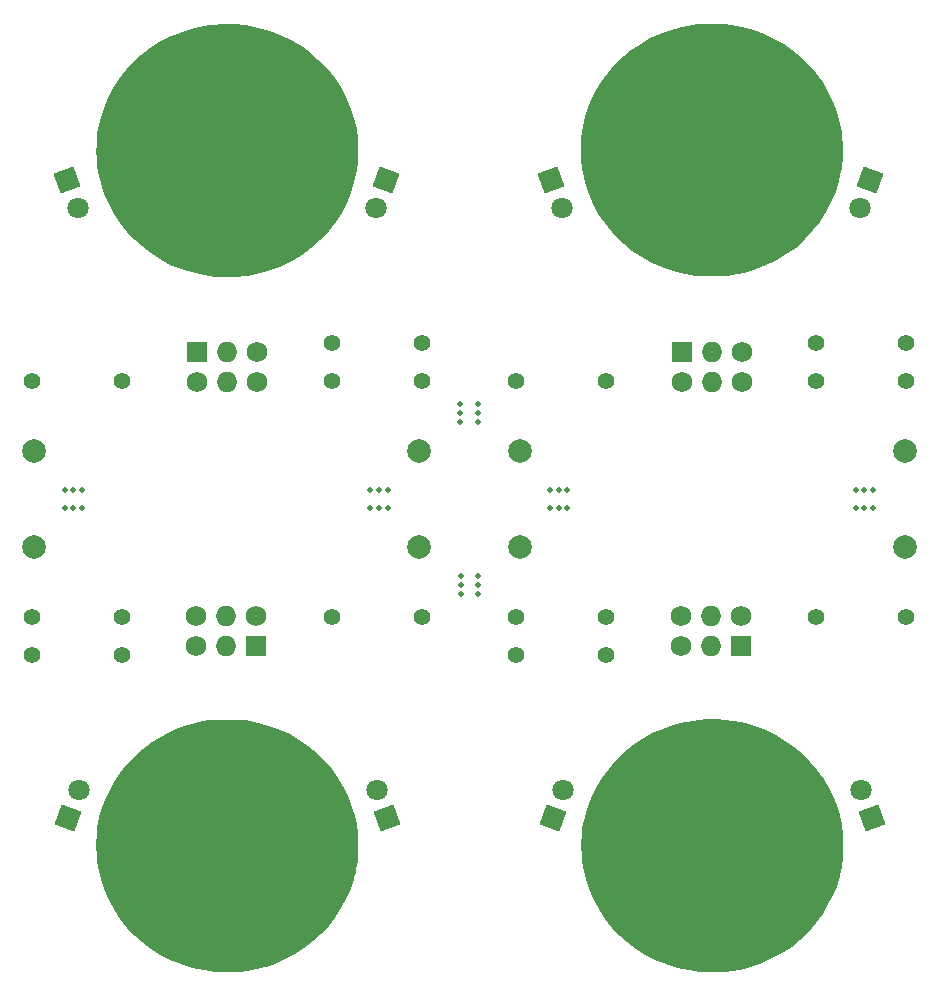
<source format=gbs>
G04 #@! TF.GenerationSoftware,KiCad,Pcbnew,7.0.10*
G04 #@! TF.CreationDate,2024-07-07T16:54:11-05:00*
G04 #@! TF.ProjectId,g0dzilla_vs_sao2,6730647a-696c-46c6-915f-76735f73616f,1*
G04 #@! TF.SameCoordinates,Original*
G04 #@! TF.FileFunction,Soldermask,Bot*
G04 #@! TF.FilePolarity,Negative*
%FSLAX46Y46*%
G04 Gerber Fmt 4.6, Leading zero omitted, Abs format (unit mm)*
G04 Created by KiCad (PCBNEW 7.0.10) date 2024-07-07 16:54:11*
%MOMM*%
%LPD*%
G01*
G04 APERTURE LIST*
G04 Aperture macros list*
%AMRotRect*
0 Rectangle, with rotation*
0 The origin of the aperture is its center*
0 $1 length*
0 $2 width*
0 $3 Rotation angle, in degrees counterclockwise*
0 Add horizontal line*
21,1,$1,$2,0,0,$3*%
G04 Aperture macros list end*
%ADD10RotRect,1.800000X1.800000X290.000000*%
%ADD11C,1.800000*%
%ADD12C,2.000000*%
%ADD13C,1.400000*%
%ADD14RotRect,1.800000X1.800000X250.000000*%
%ADD15R,1.727200X1.727200*%
%ADD16C,1.727200*%
%ADD17O,1.727200X1.727200*%
%ADD18C,0.500000*%
%ADD19RotRect,1.800000X1.800000X70.000000*%
%ADD20RotRect,1.800000X1.800000X110.000000*%
G04 APERTURE END LIST*
G36*
X130976924Y-128667798D02*
G01*
X131720823Y-128708307D01*
X132414568Y-128788467D01*
X133085971Y-128913132D01*
X133762845Y-129087155D01*
X134247395Y-129238472D01*
X135137170Y-129577356D01*
X135987661Y-129987423D01*
X136794962Y-130464548D01*
X137555165Y-131004611D01*
X138264363Y-131603487D01*
X138918650Y-132257054D01*
X139514116Y-132961189D01*
X140046856Y-133711769D01*
X140512962Y-134504672D01*
X140908527Y-135335776D01*
X141229643Y-136200956D01*
X141397404Y-136782800D01*
X141490063Y-137160554D01*
X141562153Y-137497949D01*
X141616031Y-137815364D01*
X141654054Y-138133181D01*
X141678578Y-138471779D01*
X141691962Y-138851538D01*
X141696561Y-139292837D01*
X141696639Y-139370084D01*
X141693220Y-139823055D01*
X141681392Y-140211243D01*
X141658798Y-140555027D01*
X141623081Y-140874787D01*
X141571884Y-141190903D01*
X141502850Y-141523755D01*
X141413621Y-141893724D01*
X141397404Y-141957369D01*
X141131253Y-142828157D01*
X140785488Y-143680418D01*
X140365651Y-144501758D01*
X139976930Y-145133110D01*
X139402001Y-145920572D01*
X138769481Y-146645734D01*
X138081659Y-147307162D01*
X137340820Y-147903416D01*
X136549252Y-148433061D01*
X135709242Y-148894660D01*
X134823077Y-149286776D01*
X133893043Y-149607972D01*
X132921427Y-149856811D01*
X132262353Y-149980090D01*
X132099494Y-149999472D01*
X131868967Y-150017623D01*
X131587697Y-150034044D01*
X131272607Y-150048235D01*
X130940619Y-150059696D01*
X130608657Y-150067930D01*
X130293645Y-150072435D01*
X130012505Y-150072713D01*
X129782160Y-150068264D01*
X129619535Y-150058590D01*
X129615631Y-150058188D01*
X128605121Y-149912126D01*
X127629958Y-149690289D01*
X126692334Y-149393668D01*
X125794443Y-149023253D01*
X124938476Y-148580036D01*
X124126627Y-148065007D01*
X123361088Y-147479156D01*
X122805381Y-146981199D01*
X122135197Y-146281847D01*
X121538179Y-145538617D01*
X121014857Y-144752502D01*
X120565759Y-143924493D01*
X120191415Y-143055583D01*
X119892352Y-142146762D01*
X119669102Y-141199022D01*
X119641403Y-141049179D01*
X119599194Y-140744281D01*
X119567441Y-140374781D01*
X119546291Y-139960829D01*
X119535893Y-139522576D01*
X119536394Y-139080173D01*
X119547941Y-138653771D01*
X119570683Y-138263522D01*
X119604767Y-137929575D01*
X119617876Y-137839262D01*
X119808186Y-136904396D01*
X120077675Y-135996812D01*
X120424448Y-135121393D01*
X120846610Y-134283020D01*
X121260717Y-133607059D01*
X121833916Y-132822777D01*
X122466741Y-132098344D01*
X123155821Y-131435985D01*
X123897783Y-130837925D01*
X124689258Y-130306387D01*
X125526873Y-129843595D01*
X126407256Y-129451775D01*
X127327037Y-129133150D01*
X128282843Y-128889944D01*
X128467698Y-128852550D01*
X129004616Y-128761250D01*
X129529626Y-128700260D01*
X130069455Y-128667611D01*
X130650833Y-128661335D01*
X130976924Y-128667798D01*
G37*
G36*
X131149393Y-69768772D02*
G01*
X131528586Y-69783361D01*
X131863222Y-69805602D01*
X132134791Y-69835494D01*
X132176975Y-69841917D01*
X133170281Y-70038302D01*
X134111081Y-70300001D01*
X135004092Y-70628964D01*
X135854031Y-71027140D01*
X136665614Y-71496481D01*
X137385710Y-71995247D01*
X138118397Y-72596473D01*
X138792827Y-73255051D01*
X139405367Y-73965603D01*
X139952383Y-74722750D01*
X140430245Y-75521114D01*
X140835319Y-76355317D01*
X141163973Y-77219980D01*
X141354715Y-77871876D01*
X141444955Y-78238704D01*
X141515637Y-78565877D01*
X141568948Y-78872712D01*
X141607076Y-79178527D01*
X141632210Y-79502639D01*
X141646536Y-79864365D01*
X141652242Y-80283023D01*
X141652573Y-80501849D01*
X141651190Y-80858669D01*
X141647390Y-81146324D01*
X141640193Y-81381014D01*
X141628619Y-81578940D01*
X141611687Y-81756303D01*
X141588418Y-81929304D01*
X141557830Y-82114143D01*
X141553556Y-82138255D01*
X141342064Y-83091832D01*
X141054640Y-84006773D01*
X140691851Y-84882011D01*
X140254264Y-85716483D01*
X139742447Y-86509125D01*
X139156969Y-87258871D01*
X138498395Y-87964658D01*
X138391138Y-88068779D01*
X137660403Y-88710849D01*
X136883021Y-89281521D01*
X136059643Y-89780480D01*
X135190916Y-90207412D01*
X134277490Y-90562000D01*
X133320015Y-90843928D01*
X132319139Y-91052881D01*
X132219664Y-91069272D01*
X131987492Y-91097788D01*
X131688590Y-91121133D01*
X131341468Y-91139034D01*
X130964634Y-91151217D01*
X130576597Y-91157407D01*
X130195865Y-91157331D01*
X129840947Y-91150716D01*
X129530351Y-91137287D01*
X129282586Y-91116771D01*
X129252773Y-91113166D01*
X128262269Y-90946171D01*
X127303651Y-90702267D01*
X126380144Y-90382966D01*
X125494972Y-89989778D01*
X124651362Y-89524216D01*
X123852538Y-88987792D01*
X123101724Y-88382016D01*
X122764292Y-88071808D01*
X122093634Y-87372062D01*
X121496303Y-86628692D01*
X120972789Y-85842614D01*
X120523583Y-85014745D01*
X120149171Y-84146004D01*
X119850045Y-83237307D01*
X119626694Y-82289570D01*
X119598714Y-82138255D01*
X119556309Y-81831950D01*
X119524472Y-81461072D01*
X119503346Y-81045789D01*
X119493075Y-80606267D01*
X119493801Y-80162673D01*
X119505669Y-79735173D01*
X119528822Y-79343936D01*
X119563403Y-79009127D01*
X119575841Y-78923875D01*
X119764983Y-77995875D01*
X120033619Y-77091686D01*
X120379150Y-76218001D01*
X120798975Y-75381511D01*
X121218028Y-74696135D01*
X121789068Y-73913009D01*
X122416378Y-73193400D01*
X123103054Y-72534028D01*
X123766560Y-71995247D01*
X124546887Y-71458398D01*
X125361210Y-70994516D01*
X126214246Y-70601650D01*
X127110712Y-70277850D01*
X128055324Y-70021166D01*
X128975294Y-69841917D01*
X129233050Y-69810597D01*
X129557326Y-69786930D01*
X129929612Y-69770913D01*
X130331394Y-69762548D01*
X130744158Y-69761835D01*
X131149393Y-69768772D01*
G37*
G36*
X90123360Y-128680463D02*
G01*
X90502482Y-128694911D01*
X90837153Y-128716952D01*
X91108876Y-128746585D01*
X91152773Y-128753220D01*
X92145923Y-128949002D01*
X93087209Y-129210692D01*
X93981317Y-129540232D01*
X94832936Y-129939564D01*
X95646752Y-130410632D01*
X96381440Y-130920567D01*
X97110104Y-131520667D01*
X97781389Y-132178868D01*
X98391487Y-132889519D01*
X98936589Y-133646965D01*
X99412888Y-134445554D01*
X99816575Y-135279633D01*
X100143842Y-136143548D01*
X100330513Y-136782800D01*
X100420753Y-137149628D01*
X100491435Y-137476801D01*
X100544746Y-137783637D01*
X100582875Y-138089451D01*
X100608008Y-138413563D01*
X100622334Y-138775289D01*
X100628041Y-139193947D01*
X100628371Y-139412774D01*
X100624051Y-139876150D01*
X100610628Y-140274914D01*
X100585509Y-140629583D01*
X100546095Y-140960675D01*
X100489791Y-141288707D01*
X100414001Y-141634198D01*
X100316128Y-142017664D01*
X100283559Y-142137751D01*
X99999309Y-143015747D01*
X99638362Y-143861576D01*
X99204638Y-144671180D01*
X98702059Y-145440503D01*
X98134545Y-146165490D01*
X97506016Y-146842084D01*
X96820392Y-147466229D01*
X96081595Y-148033868D01*
X95293545Y-148540947D01*
X94460162Y-148983409D01*
X93585366Y-149357197D01*
X93159160Y-149508620D01*
X92428961Y-149723166D01*
X91645782Y-149900076D01*
X91195462Y-149980090D01*
X91032603Y-149999472D01*
X90802077Y-150017623D01*
X90520807Y-150034044D01*
X90205716Y-150048235D01*
X89873728Y-150059696D01*
X89541766Y-150067930D01*
X89226754Y-150072435D01*
X88945614Y-150072713D01*
X88715270Y-150068264D01*
X88552644Y-150058590D01*
X88548740Y-150058188D01*
X87538230Y-149912126D01*
X86563067Y-149690289D01*
X85625443Y-149393668D01*
X84727552Y-149023253D01*
X83871585Y-148580036D01*
X83059736Y-148065007D01*
X82294198Y-147479156D01*
X81738491Y-146981199D01*
X81068306Y-146281847D01*
X80471288Y-145538617D01*
X79947966Y-144752502D01*
X79498868Y-143924493D01*
X79124524Y-143055583D01*
X78825462Y-142146762D01*
X78602211Y-141199022D01*
X78574512Y-141049179D01*
X78532108Y-140742874D01*
X78500271Y-140371996D01*
X78479145Y-139956713D01*
X78468873Y-139517191D01*
X78469599Y-139073597D01*
X78481467Y-138646098D01*
X78504620Y-138254860D01*
X78539201Y-137920051D01*
X78551640Y-137834800D01*
X78726665Y-136955503D01*
X78969568Y-136112009D01*
X79286536Y-135284772D01*
X79518304Y-134781009D01*
X79959639Y-133973429D01*
X80475095Y-133202208D01*
X81058931Y-132473518D01*
X81705404Y-131793528D01*
X82408772Y-131168410D01*
X83163294Y-130604336D01*
X83755298Y-130227420D01*
X84558460Y-129794730D01*
X85392212Y-129430756D01*
X86265215Y-129132453D01*
X87186129Y-128896780D01*
X87951093Y-128753220D01*
X88208446Y-128722112D01*
X88532341Y-128698597D01*
X88904278Y-128682675D01*
X89305760Y-128674345D01*
X89718287Y-128673608D01*
X90123360Y-128680463D01*
G37*
G36*
X90123360Y-69812228D02*
G01*
X90502482Y-69826676D01*
X90837153Y-69848716D01*
X91108876Y-69878350D01*
X91152773Y-69884984D01*
X92165057Y-70086357D01*
X93130063Y-70358731D01*
X94048282Y-70702345D01*
X94920202Y-71117435D01*
X95746315Y-71604239D01*
X96527109Y-72162992D01*
X97263075Y-72793934D01*
X97366936Y-72892230D01*
X98036702Y-73591156D01*
X98633272Y-74333932D01*
X99156205Y-75119736D01*
X99605064Y-75947744D01*
X99979409Y-76817131D01*
X100278800Y-77727076D01*
X100502798Y-78676753D01*
X100529899Y-78822755D01*
X100560774Y-79004243D01*
X100584518Y-79171322D01*
X100602034Y-79339476D01*
X100614229Y-79524192D01*
X100622009Y-79740955D01*
X100626278Y-80005251D01*
X100627943Y-80332565D01*
X100628084Y-80501849D01*
X100627284Y-80862051D01*
X100624281Y-81152371D01*
X100618169Y-81388293D01*
X100608043Y-81585304D01*
X100592997Y-81758889D01*
X100572126Y-81924534D01*
X100544523Y-82097724D01*
X100529899Y-82180944D01*
X100317261Y-83136517D01*
X100029165Y-84052480D01*
X99666048Y-84928011D01*
X99228352Y-85762286D01*
X98716515Y-86554481D01*
X98130976Y-87303772D01*
X97472175Y-88009335D01*
X97366936Y-88111468D01*
X96636260Y-88753462D01*
X95858845Y-89324136D01*
X95035421Y-89823133D01*
X94166719Y-90250100D01*
X93253469Y-90604682D01*
X92296401Y-90886522D01*
X91296245Y-91095267D01*
X91195462Y-91111855D01*
X91032603Y-91131237D01*
X90802077Y-91149388D01*
X90520807Y-91165809D01*
X90205716Y-91179999D01*
X89873728Y-91191461D01*
X89541766Y-91199694D01*
X89226754Y-91204200D01*
X88945614Y-91204478D01*
X88715270Y-91200029D01*
X88552644Y-91190355D01*
X88548740Y-91189952D01*
X87538230Y-91043890D01*
X86563067Y-90822053D01*
X85625443Y-90525432D01*
X84727552Y-90155018D01*
X83871585Y-89711801D01*
X83059736Y-89196771D01*
X82294198Y-88610921D01*
X81738491Y-88112964D01*
X81068266Y-87413659D01*
X80471394Y-86670750D01*
X79948276Y-85884988D01*
X79499312Y-85057124D01*
X79124903Y-84187909D01*
X78825450Y-83278093D01*
X78601352Y-82328427D01*
X78573967Y-82180944D01*
X78543092Y-81999455D01*
X78519349Y-81832376D01*
X78501832Y-81664222D01*
X78489637Y-81479506D01*
X78481857Y-81262743D01*
X78477588Y-80998448D01*
X78475923Y-80671134D01*
X78475782Y-80501849D01*
X78479054Y-80041650D01*
X78490488Y-79647140D01*
X78512511Y-79298822D01*
X78547550Y-78977199D01*
X78598031Y-78662776D01*
X78666382Y-78336055D01*
X78755031Y-77977540D01*
X78820307Y-77734183D01*
X79104557Y-76856186D01*
X79465505Y-76010358D01*
X79899228Y-75200754D01*
X80401807Y-74431431D01*
X80969321Y-73706444D01*
X81597851Y-73029850D01*
X82283474Y-72405705D01*
X83022271Y-71838065D01*
X83810321Y-71330986D01*
X84643704Y-70888525D01*
X85518500Y-70514737D01*
X85944706Y-70363314D01*
X86760019Y-70126940D01*
X87644814Y-69937187D01*
X87951093Y-69884984D01*
X88208446Y-69853877D01*
X88532341Y-69830362D01*
X88904278Y-69814440D01*
X89305760Y-69806110D01*
X89718287Y-69805373D01*
X90123360Y-69812228D01*
G37*
D10*
X76000000Y-83000000D03*
D11*
X76868731Y-85386819D03*
D12*
X73200000Y-114100000D03*
X73200000Y-105900000D03*
D13*
X106000000Y-100000000D03*
X98380000Y-100000000D03*
D12*
X105800000Y-114100000D03*
D14*
X144000000Y-83000000D03*
D11*
X143131269Y-85386819D03*
D15*
X92000000Y-122480000D03*
D16*
X92000000Y-119940000D03*
D17*
X89460000Y-122480000D03*
X89460000Y-119940000D03*
D16*
X86920000Y-122480000D03*
X86920000Y-119940000D03*
D13*
X80610000Y-123250000D03*
X72990000Y-123250000D03*
D12*
X146900000Y-114100000D03*
D15*
X128060000Y-97520000D03*
D16*
X128060000Y-100060000D03*
D17*
X130600000Y-97520000D03*
X130600000Y-100060000D03*
D16*
X133140000Y-97520000D03*
X133140000Y-100060000D03*
D18*
X75770000Y-109250000D03*
X75770000Y-110750000D03*
X76520000Y-109250000D03*
X76520000Y-110750000D03*
X77270000Y-109250000D03*
X77270000Y-110750000D03*
X101670000Y-109250000D03*
X101670000Y-110750000D03*
X102420000Y-109250000D03*
X102420000Y-110750000D03*
X103170000Y-109250000D03*
X103170000Y-110750000D03*
X109260000Y-101980000D03*
X109260000Y-102730000D03*
X109260000Y-103480000D03*
X109310000Y-116520000D03*
X109310000Y-117270000D03*
X109310000Y-118020000D03*
X110760000Y-101980000D03*
X110760000Y-102730000D03*
X110760000Y-103480000D03*
X110810000Y-116520000D03*
X110810000Y-117270000D03*
X110810000Y-118020000D03*
X116850000Y-109250000D03*
X116850000Y-110750000D03*
X117600000Y-109250000D03*
X117600000Y-110750000D03*
X118350000Y-109250000D03*
X118350000Y-110750000D03*
X142750000Y-109250000D03*
X142750000Y-110750000D03*
X143500000Y-109250000D03*
X143500000Y-110750000D03*
X144250000Y-109250000D03*
X144250000Y-110750000D03*
D13*
X106000000Y-120000000D03*
X98380000Y-120000000D03*
X147000000Y-100000000D03*
X139380000Y-100000000D03*
X139370000Y-96790000D03*
X146990000Y-96790000D03*
D14*
X103000000Y-83000000D03*
D11*
X102131269Y-85386819D03*
D13*
X121650000Y-123250000D03*
X114030000Y-123250000D03*
D15*
X86990000Y-97520000D03*
D16*
X86990000Y-100060000D03*
D17*
X89530000Y-97520000D03*
X89530000Y-100060000D03*
D16*
X92070000Y-97520000D03*
X92070000Y-100060000D03*
D12*
X146900000Y-105900000D03*
D10*
X117000000Y-83000000D03*
D11*
X117868731Y-85386819D03*
D19*
X117100000Y-137000000D03*
D11*
X117968731Y-134613181D03*
D13*
X114000000Y-100000000D03*
X121620000Y-100000000D03*
D12*
X114300000Y-105900000D03*
D20*
X103100000Y-137000000D03*
D11*
X102231269Y-134613181D03*
D20*
X144100000Y-137000000D03*
D11*
X143231269Y-134613181D03*
D13*
X114000000Y-120000000D03*
X121620000Y-120000000D03*
D15*
X133080000Y-122480000D03*
D16*
X133080000Y-119940000D03*
D17*
X130540000Y-122480000D03*
X130540000Y-119940000D03*
D16*
X128000000Y-122480000D03*
X128000000Y-119940000D03*
D13*
X147000000Y-120000000D03*
X139380000Y-120000000D03*
D19*
X76100000Y-137000000D03*
D11*
X76968731Y-134613181D03*
D12*
X114300000Y-114100000D03*
D13*
X98375000Y-96790000D03*
X105995000Y-96790000D03*
D12*
X105800000Y-105900000D03*
D13*
X73000000Y-120000000D03*
X80620000Y-120000000D03*
X73000000Y-100000000D03*
X80620000Y-100000000D03*
M02*

</source>
